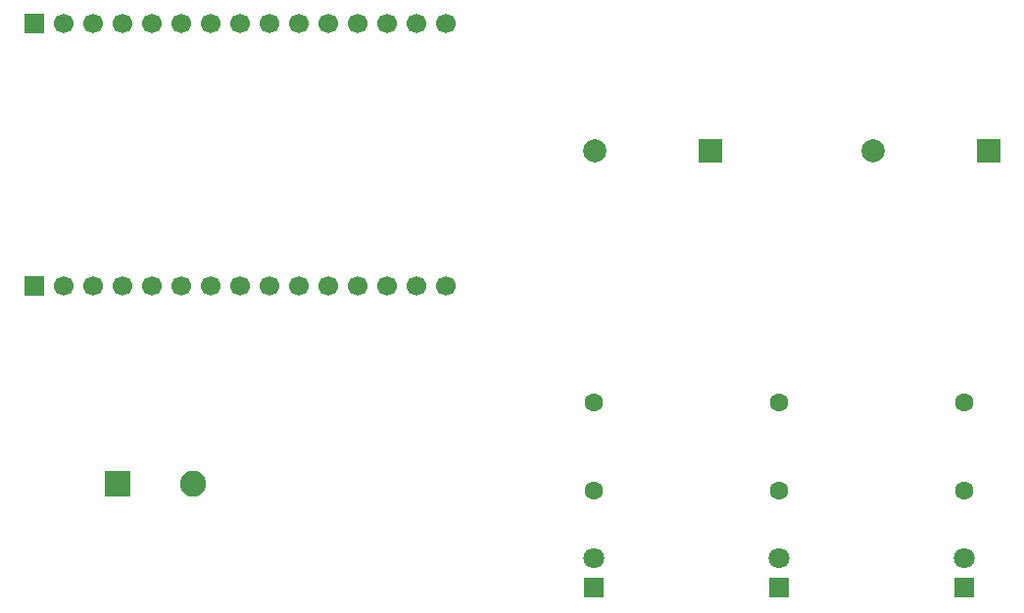
<source format=gbr>
%TF.GenerationSoftware,KiCad,Pcbnew,9.0.7*%
%TF.CreationDate,2026-01-03T23:35:48+01:00*%
%TF.ProjectId,Empfaenger,456d7066-6165-46e6-9765-722e6b696361,rev?*%
%TF.SameCoordinates,Original*%
%TF.FileFunction,Copper,L1,Top*%
%TF.FilePolarity,Positive*%
%FSLAX46Y46*%
G04 Gerber Fmt 4.6, Leading zero omitted, Abs format (unit mm)*
G04 Created by KiCad (PCBNEW 9.0.7) date 2026-01-03 23:35:48*
%MOMM*%
%LPD*%
G01*
G04 APERTURE LIST*
%TA.AperFunction,ComponentPad*%
%ADD10C,2.000000*%
%TD*%
%TA.AperFunction,ComponentPad*%
%ADD11R,2.000000X2.000000*%
%TD*%
%TA.AperFunction,ComponentPad*%
%ADD12R,2.250000X2.250000*%
%TD*%
%TA.AperFunction,ComponentPad*%
%ADD13C,2.250000*%
%TD*%
%TA.AperFunction,ComponentPad*%
%ADD14C,1.800000*%
%TD*%
%TA.AperFunction,ComponentPad*%
%ADD15R,1.800000X1.800000*%
%TD*%
%TA.AperFunction,ComponentPad*%
%ADD16C,1.600000*%
%TD*%
%TA.AperFunction,ComponentPad*%
%ADD17R,1.700000X1.700000*%
%TD*%
%TA.AperFunction,ComponentPad*%
%ADD18C,1.700000*%
%TD*%
G04 APERTURE END LIST*
D10*
%TO.P,BZ1,2,-*%
%TO.N,Net-(BZ1--)*%
X68000000Y-29800000D03*
D11*
%TO.P,BZ1,1,+*%
%TO.N,GND*%
X78000000Y-29800000D03*
%TD*%
D12*
%TO.P,SW1,1,1*%
%TO.N,Net-(J1-Pin_6)*%
X26750000Y-58550000D03*
D13*
%TO.P,SW1,2,2*%
%TO.N,GND*%
X33250000Y-58550000D03*
%TD*%
D14*
%TO.P,D1,2,A*%
%TO.N,Net-(D1-A)*%
X99900000Y-65060000D03*
D15*
%TO.P,D1,1,K*%
%TO.N,GND*%
X99900000Y-67600000D03*
%TD*%
D16*
%TO.P,R1,2*%
%TO.N,Net-(D1-A)*%
X99900000Y-59220000D03*
%TO.P,R1,1*%
%TO.N,Net-(J1-Pin_14)*%
X99900000Y-51600000D03*
%TD*%
%TO.P,R3,1*%
%TO.N,Net-(J1-Pin_12)*%
X67900000Y-51600000D03*
%TO.P,R3,2*%
%TO.N,Net-(D3-A)*%
X67900000Y-59220000D03*
%TD*%
%TO.P,R2,1*%
%TO.N,Net-(J1-Pin_13)*%
X83900000Y-51600000D03*
%TO.P,R2,2*%
%TO.N,Net-(D2-A)*%
X83900000Y-59220000D03*
%TD*%
D17*
%TO.P,J2,1,Pin_1*%
%TO.N,unconnected-(J2-Pin_1-Pad1)*%
X19560000Y-18820000D03*
D18*
%TO.P,J2,2,Pin_2*%
%TO.N,GND*%
X22100000Y-18820000D03*
%TO.P,J2,3,Pin_3*%
%TO.N,unconnected-(J2-Pin_3-Pad3)*%
X24640000Y-18820000D03*
%TO.P,J2,4,Pin_4*%
%TO.N,unconnected-(J2-Pin_4-Pad4)*%
X27180000Y-18820000D03*
%TO.P,J2,5,Pin_5*%
%TO.N,unconnected-(J2-Pin_5-Pad5)*%
X29720000Y-18820000D03*
%TO.P,J2,6,Pin_6*%
%TO.N,GND*%
X32260000Y-18820000D03*
%TO.P,J2,7,Pin_7*%
%TO.N,unconnected-(J2-Pin_7-Pad7)*%
X34800000Y-18820000D03*
%TO.P,J2,8,Pin_8*%
%TO.N,unconnected-(J2-Pin_8-Pad8)*%
X37340000Y-18820000D03*
%TO.P,J2,9,Pin_9*%
%TO.N,unconnected-(J2-Pin_9-Pad9)*%
X39880000Y-18820000D03*
%TO.P,J2,10,Pin_10*%
%TO.N,unconnected-(J2-Pin_10-Pad10)*%
X42420000Y-18820000D03*
%TO.P,J2,11,Pin_11*%
%TO.N,unconnected-(J2-Pin_11-Pad11)*%
X44960000Y-18820000D03*
%TO.P,J2,12,Pin_12*%
%TO.N,unconnected-(J2-Pin_12-Pad12)*%
X47500000Y-18820000D03*
%TO.P,J2,13,Pin_13*%
%TO.N,unconnected-(J2-Pin_13-Pad13)*%
X50040000Y-18820000D03*
%TO.P,J2,14,Pin_14*%
%TO.N,unconnected-(J2-Pin_14-Pad14)*%
X52580000Y-18820000D03*
%TO.P,J2,15,Pin_15*%
%TO.N,unconnected-(J2-Pin_15-Pad15)*%
X55120000Y-18820000D03*
%TD*%
D17*
%TO.P,J1,1,Pin_1*%
%TO.N,unconnected-(J1-Pin_1-Pad1)*%
X19560000Y-41500000D03*
D18*
%TO.P,J1,2,Pin_2*%
%TO.N,unconnected-(J1-Pin_2-Pad2)*%
X22100000Y-41500000D03*
%TO.P,J1,3,Pin_3*%
%TO.N,unconnected-(J1-Pin_3-Pad3)*%
X24640000Y-41500000D03*
%TO.P,J1,4,Pin_4*%
%TO.N,unconnected-(J1-Pin_4-Pad4)*%
X27180000Y-41500000D03*
%TO.P,J1,5,Pin_5*%
%TO.N,unconnected-(J1-Pin_5-Pad5)*%
X29720000Y-41500000D03*
%TO.P,J1,6,Pin_6*%
%TO.N,Net-(J1-Pin_6)*%
X32260000Y-41500000D03*
%TO.P,J1,7,Pin_7*%
%TO.N,Net-(BZ1--)*%
X34800000Y-41500000D03*
%TO.P,J1,8,Pin_8*%
%TO.N,Net-(BZ2--)*%
X37340000Y-41500000D03*
%TO.P,J1,9,Pin_9*%
%TO.N,GND*%
X39880000Y-41500000D03*
%TO.P,J1,10,Pin_10*%
%TO.N,unconnected-(J1-Pin_10-Pad10)*%
X42420000Y-41500000D03*
%TO.P,J1,11,Pin_11*%
%TO.N,unconnected-(J1-Pin_11-Pad11)*%
X44960000Y-41500000D03*
%TO.P,J1,12,Pin_12*%
%TO.N,Net-(J1-Pin_12)*%
X47500000Y-41500000D03*
%TO.P,J1,13,Pin_13*%
%TO.N,Net-(J1-Pin_13)*%
X50040000Y-41500000D03*
%TO.P,J1,14,Pin_14*%
%TO.N,Net-(J1-Pin_14)*%
X52580000Y-41500000D03*
%TO.P,J1,15,Pin_15*%
%TO.N,unconnected-(J1-Pin_15-Pad15)*%
X55120000Y-41500000D03*
%TD*%
D15*
%TO.P,D3,1,K*%
%TO.N,GND*%
X67900000Y-67600000D03*
D14*
%TO.P,D3,2,A*%
%TO.N,Net-(D3-A)*%
X67900000Y-65060000D03*
%TD*%
D15*
%TO.P,D2,1,K*%
%TO.N,GND*%
X83900000Y-67600000D03*
D14*
%TO.P,D2,2,A*%
%TO.N,Net-(D2-A)*%
X83900000Y-65060000D03*
%TD*%
D11*
%TO.P,BZ2,1,+*%
%TO.N,GND*%
X102000000Y-29800000D03*
D10*
%TO.P,BZ2,2,-*%
%TO.N,Net-(BZ2--)*%
X92000000Y-29800000D03*
%TD*%
M02*

</source>
